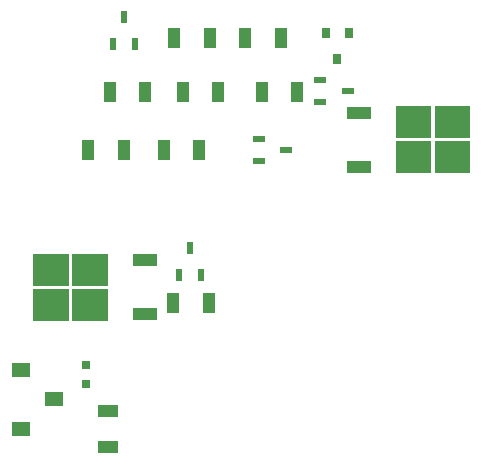
<source format=gtp>
G04*
G04 #@! TF.GenerationSoftware,Altium Limited,Altium Designer,22.2.1 (43)*
G04*
G04 Layer_Color=8421504*
%FSLAX25Y25*%
%MOIN*%
G70*
G04*
G04 #@! TF.SameCoordinates,5435AC76-14FC-4701-A4E6-3609E34239AB*
G04*
G04*
G04 #@! TF.FilePolarity,Positive*
G04*
G01*
G75*
%ADD14R,0.06299X0.04724*%
%ADD15R,0.08268X0.04331*%
%ADD16R,0.03937X0.02362*%
%ADD17R,0.04134X0.07087*%
%ADD18R,0.03150X0.03543*%
%ADD19R,0.02362X0.04134*%
%ADD20R,0.07087X0.04134*%
%ADD21R,0.03150X0.03150*%
%ADD22R,0.02362X0.03937*%
G36*
X10039Y84449D02*
X21850D01*
Y95079D01*
X10039D01*
Y84449D01*
D02*
G37*
G36*
Y106890D02*
X21850D01*
Y96260D01*
X10039D01*
Y106890D01*
D02*
G37*
G36*
X34843Y84449D02*
X23031D01*
Y95079D01*
X34843D01*
Y84449D01*
D02*
G37*
G36*
Y106890D02*
X23031D01*
Y96260D01*
X34843D01*
Y106890D01*
D02*
G37*
G36*
X130905Y133661D02*
X142717D01*
Y144291D01*
X130905D01*
Y133661D01*
D02*
G37*
G36*
Y156102D02*
X142717D01*
Y145472D01*
X130905D01*
Y156102D01*
D02*
G37*
G36*
X155709Y133661D02*
X143898D01*
Y144291D01*
X155709D01*
Y133661D01*
D02*
G37*
G36*
Y156102D02*
X143898D01*
Y145472D01*
X155709D01*
Y156102D01*
D02*
G37*
D14*
X5906Y48425D02*
D03*
Y68110D02*
D03*
X16929Y58268D02*
D03*
D15*
X47244Y104646D02*
D03*
Y86693D02*
D03*
X118504Y153858D02*
D03*
Y135906D02*
D03*
D16*
X105709Y164764D02*
D03*
Y157283D02*
D03*
X114764Y161024D02*
D03*
X94291Y141339D02*
D03*
X85236Y137598D02*
D03*
Y145079D02*
D03*
D17*
X57087Y178740D02*
D03*
X68898D02*
D03*
X98032Y160630D02*
D03*
X86221D02*
D03*
X80709Y178740D02*
D03*
X92520D02*
D03*
X59842Y160630D02*
D03*
X71653D02*
D03*
X47244D02*
D03*
X35433D02*
D03*
X65354Y141339D02*
D03*
X53543D02*
D03*
X68504Y90551D02*
D03*
X56693D02*
D03*
X28346Y141339D02*
D03*
X40157D02*
D03*
D18*
X111417Y171653D02*
D03*
X107480Y180315D02*
D03*
X115354D02*
D03*
D19*
X36614Y176772D02*
D03*
X44094D02*
D03*
X40354Y185827D02*
D03*
D20*
X35039Y54331D02*
D03*
Y42520D02*
D03*
D21*
X27559Y63386D02*
D03*
Y69685D02*
D03*
D22*
X62205Y108858D02*
D03*
X65945Y99803D02*
D03*
X58465D02*
D03*
M02*

</source>
